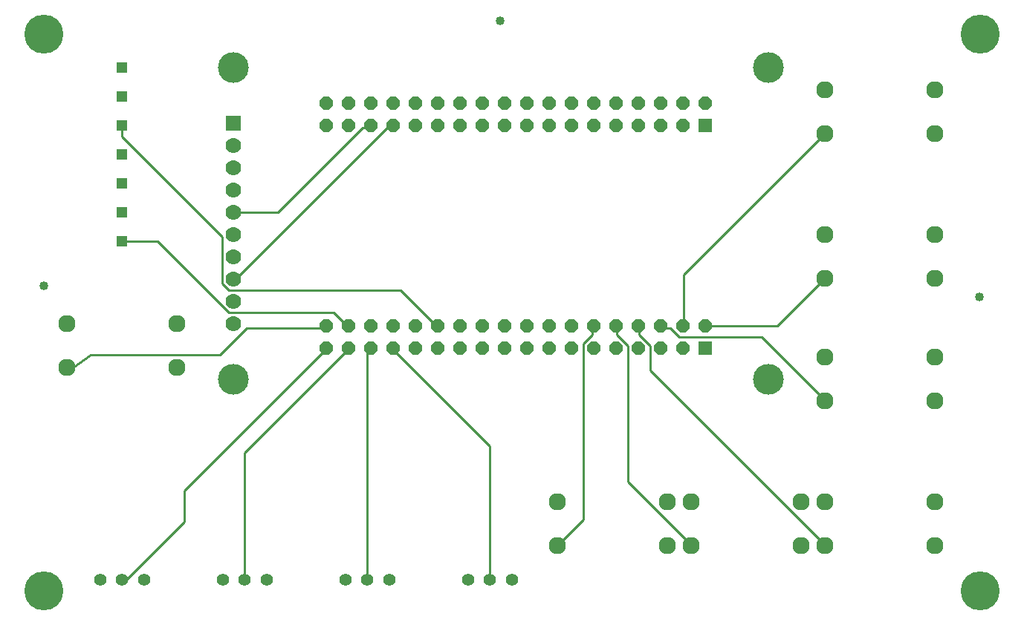
<source format=gbr>
G04 EAGLE Gerber RS-274X export*
G75*
%MOMM*%
%FSLAX34Y34*%
%LPD*%
%INTop Copper*%
%IPPOS*%
%AMOC8*
5,1,8,0,0,1.08239X$1,22.5*%
G01*
%ADD10C,1.960000*%
%ADD11C,4.445000*%
%ADD12C,1.400000*%
%ADD13R,1.778000X1.778000*%
%ADD14C,1.778000*%
%ADD15C,3.500000*%
%ADD16R,1.244600X1.244600*%
%ADD17R,1.524000X1.524000*%
%ADD18P,1.649562X8X202.500000*%
%ADD19C,1.016000*%
%ADD20C,0.254000*%


D10*
X964200Y-241700D03*
X964200Y-291700D03*
X839200Y-291700D03*
X839200Y-241700D03*
X1116600Y-241700D03*
X1116600Y-291700D03*
X991600Y-291700D03*
X991600Y-241700D03*
X1269000Y-241700D03*
X1269000Y-291700D03*
X1144000Y-291700D03*
X1144000Y-241700D03*
X1269000Y-76600D03*
X1269000Y-126600D03*
X1144000Y-126600D03*
X1144000Y-76600D03*
X1269000Y228200D03*
X1269000Y178200D03*
X1144000Y178200D03*
X1144000Y228200D03*
X1269000Y63100D03*
X1269000Y13100D03*
X1144000Y13100D03*
X1144000Y63100D03*
D11*
X1320800Y292100D03*
X1320800Y-342900D03*
X254000Y292100D03*
X254000Y-342900D03*
D10*
X405400Y-38500D03*
X405400Y-88500D03*
X280400Y-88500D03*
X280400Y-38500D03*
D12*
X317900Y-330200D03*
X342900Y-330200D03*
X367900Y-330200D03*
X457600Y-330200D03*
X482600Y-330200D03*
X507600Y-330200D03*
X597300Y-330200D03*
X622300Y-330200D03*
X647300Y-330200D03*
X737000Y-330200D03*
X762000Y-330200D03*
X787000Y-330200D03*
D13*
X470100Y190500D03*
D14*
X470100Y165100D03*
X470100Y139700D03*
X470100Y114300D03*
X470100Y88900D03*
X470100Y63500D03*
X470100Y38100D03*
X470100Y12700D03*
X470100Y-12700D03*
X470100Y-38100D03*
D15*
X469900Y254000D03*
X1079500Y-101600D03*
X1079500Y254000D03*
X469900Y-101600D03*
D16*
X342900Y254000D03*
X342900Y220980D03*
X342900Y187960D03*
X342900Y154940D03*
X342900Y121920D03*
X342900Y88900D03*
X342900Y55880D03*
D17*
X1007700Y-66300D03*
D18*
X1007700Y-40900D03*
X982300Y-66300D03*
X982300Y-40900D03*
X956900Y-66300D03*
X956900Y-40900D03*
X931500Y-66300D03*
X931500Y-40900D03*
X906100Y-66300D03*
X906100Y-40900D03*
X880700Y-66300D03*
X880700Y-40900D03*
X855300Y-66300D03*
X855300Y-40900D03*
X829900Y-66300D03*
X829900Y-40900D03*
X804500Y-66300D03*
X804500Y-40900D03*
X779100Y-66300D03*
X779100Y-40900D03*
X753700Y-66300D03*
X753700Y-40900D03*
X728300Y-66300D03*
X728300Y-40900D03*
X702900Y-66300D03*
X702900Y-40900D03*
X677500Y-66300D03*
X677500Y-40900D03*
X652100Y-66300D03*
X652100Y-40900D03*
X626700Y-66300D03*
X626700Y-40900D03*
X601300Y-66300D03*
X601300Y-40900D03*
X575900Y-66300D03*
X575900Y-40900D03*
D17*
X1007700Y187700D03*
D18*
X1007700Y213100D03*
X982300Y187700D03*
X982300Y213100D03*
X956900Y187700D03*
X956900Y213100D03*
X931500Y187700D03*
X931500Y213100D03*
X906100Y187700D03*
X906100Y213100D03*
X880700Y187700D03*
X880700Y213100D03*
X855300Y187700D03*
X855300Y213100D03*
X829900Y187700D03*
X829900Y213100D03*
X804500Y187700D03*
X804500Y213100D03*
X779100Y187700D03*
X779100Y213100D03*
X753700Y187700D03*
X753700Y213100D03*
X728300Y187700D03*
X728300Y213100D03*
X702900Y187700D03*
X702900Y213100D03*
X677500Y187700D03*
X677500Y213100D03*
X652100Y187700D03*
X652100Y213100D03*
X626700Y187700D03*
X626700Y213100D03*
X601300Y187700D03*
X601300Y213100D03*
X575900Y187700D03*
X575900Y213100D03*
D19*
X254000Y5080D03*
X773430Y307340D03*
X1319530Y-7620D03*
D20*
X622300Y-71120D02*
X622300Y-330200D01*
X622300Y-71120D02*
X624840Y-68580D01*
X626700Y-66300D01*
X482600Y-185420D02*
X482600Y-330200D01*
X482600Y-185420D02*
X599440Y-68580D01*
X601300Y-66300D01*
X347980Y-330200D02*
X342900Y-330200D01*
X347980Y-330200D02*
X414020Y-264160D01*
X414020Y-228600D01*
X574040Y-68580D01*
X575900Y-66300D01*
X342900Y175260D02*
X342900Y187960D01*
X342900Y175260D02*
X457200Y60960D01*
X457200Y7620D01*
X464820Y0D01*
X660400Y0D01*
X701040Y-40640D01*
X702900Y-40900D01*
X383540Y55880D02*
X342900Y55880D01*
X383540Y55880D02*
X464820Y-25400D01*
X584200Y-25400D01*
X599440Y-40640D01*
X601300Y-40900D01*
X762000Y-177800D02*
X762000Y-330200D01*
X762000Y-177800D02*
X652780Y-68580D01*
X652100Y-66300D01*
X650240Y185420D02*
X645160Y185420D01*
X472440Y12700D01*
X650240Y185420D02*
X652100Y187700D01*
X472440Y12700D02*
X470100Y12700D01*
X617220Y185420D02*
X624840Y185420D01*
X617220Y185420D02*
X520700Y88900D01*
X470100Y88900D01*
X624840Y185420D02*
X626700Y187700D01*
X878840Y-43180D02*
X878840Y-50800D01*
X868680Y-60960D01*
X868680Y-261620D01*
X840740Y-289560D01*
X878840Y-43180D02*
X880700Y-40900D01*
X840740Y-289560D02*
X839200Y-291700D01*
X906780Y-50800D02*
X906780Y-43180D01*
X906780Y-50800D02*
X919480Y-63500D01*
X919480Y-218440D01*
X990600Y-289560D01*
X906780Y-43180D02*
X906100Y-40900D01*
X990600Y-289560D02*
X991600Y-291700D01*
X932180Y-50800D02*
X932180Y-43180D01*
X932180Y-50800D02*
X944880Y-63500D01*
X944880Y-91440D01*
X1143000Y-289560D01*
X932180Y-43180D02*
X931500Y-40900D01*
X1143000Y-289560D02*
X1144000Y-291700D01*
X967740Y-43180D02*
X957580Y-43180D01*
X967740Y-43180D02*
X977900Y-53340D01*
X1071880Y-53340D01*
X1143000Y-124460D01*
X957580Y-43180D02*
X956900Y-40900D01*
X1143000Y-124460D02*
X1144000Y-126600D01*
X982980Y-40640D02*
X982980Y17780D01*
X1143000Y177800D01*
X982980Y-40640D02*
X982300Y-40900D01*
X1143000Y177800D02*
X1144000Y178200D01*
X1089660Y-40640D02*
X1008380Y-40640D01*
X1089660Y-40640D02*
X1143000Y12700D01*
X1008380Y-40640D02*
X1007700Y-40900D01*
X1143000Y12700D02*
X1144000Y13100D01*
X574040Y-43180D02*
X485140Y-43180D01*
X454660Y-73660D01*
X307340Y-73660D01*
X574040Y-43180D02*
X575900Y-40900D01*
X286718Y-88500D02*
X280400Y-88500D01*
X286718Y-88500D02*
X307340Y-73660D01*
M02*

</source>
